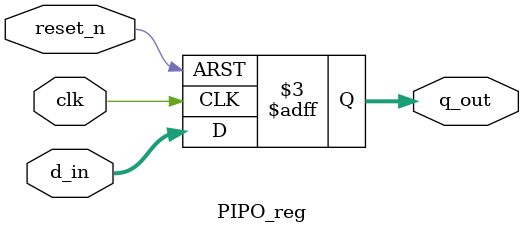
<source format=v>
`timescale 1ns / 1ps

`define N 8
module PIPO_reg(
    input [`N-1:0] d_in,
    input clk,
    input reset_n,
    output reg [`N-1:0] q_out
    );

always@(posedge clk, negedge reset_n)
begin
    if(!reset_n)
        q_out <= 8'b0;
    else    
        q_out <= d_in;
end

specify
    specparam dtoq=3;
    specparam clktoq=2;
    (d_in=>q_out) = dtoq;
    (clk=>q_out) = clktoq;
endspecify
endmodule

</source>
